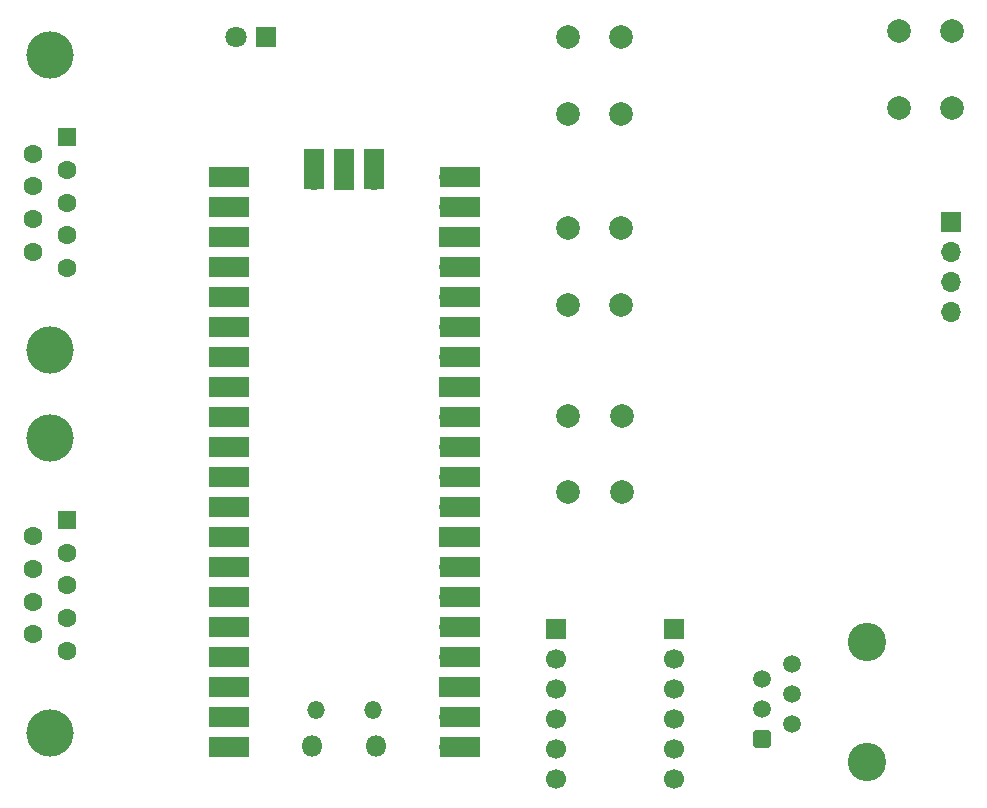
<source format=gts>
G04 #@! TF.GenerationSoftware,KiCad,Pcbnew,9.0.5*
G04 #@! TF.CreationDate,2026-01-02T00:08:48+00:00*
G04 #@! TF.ProjectId,PIKBD,50494b42-442e-46b6-9963-61645f706362,2.2*
G04 #@! TF.SameCoordinates,Original*
G04 #@! TF.FileFunction,Soldermask,Top*
G04 #@! TF.FilePolarity,Negative*
%FSLAX46Y46*%
G04 Gerber Fmt 4.6, Leading zero omitted, Abs format (unit mm)*
G04 Created by KiCad (PCBNEW 9.0.5) date 2026-01-02 00:08:48*
%MOMM*%
%LPD*%
G01*
G04 APERTURE LIST*
G04 Aperture macros list*
%AMRoundRect*
0 Rectangle with rounded corners*
0 $1 Rounding radius*
0 $2 $3 $4 $5 $6 $7 $8 $9 X,Y pos of 4 corners*
0 Add a 4 corners polygon primitive as box body*
4,1,4,$2,$3,$4,$5,$6,$7,$8,$9,$2,$3,0*
0 Add four circle primitives for the rounded corners*
1,1,$1+$1,$2,$3*
1,1,$1+$1,$4,$5*
1,1,$1+$1,$6,$7*
1,1,$1+$1,$8,$9*
0 Add four rect primitives between the rounded corners*
20,1,$1+$1,$2,$3,$4,$5,0*
20,1,$1+$1,$4,$5,$6,$7,0*
20,1,$1+$1,$6,$7,$8,$9,0*
20,1,$1+$1,$8,$9,$2,$3,0*%
G04 Aperture macros list end*
%ADD10C,4.000000*%
%ADD11R,1.600000X1.600000*%
%ADD12C,1.600000*%
%ADD13C,2.000000*%
%ADD14R,1.700000X1.700000*%
%ADD15C,1.700000*%
%ADD16O,1.700000X1.700000*%
%ADD17O,1.800000X1.800000*%
%ADD18O,1.500000X1.500000*%
%ADD19R,3.500000X1.700000*%
%ADD20R,1.700000X3.500000*%
%ADD21C,3.250000*%
%ADD22RoundRect,0.250000X0.510000X-0.510000X0.510000X0.510000X-0.510000X0.510000X-0.510000X-0.510000X0*%
%ADD23C,1.520000*%
%ADD24R,1.800000X1.800000*%
%ADD25C,1.800000*%
G04 APERTURE END LIST*
D10*
X110420000Y-65545000D03*
X110420000Y-90545000D03*
D11*
X111840000Y-72505000D03*
D12*
X111840000Y-75275000D03*
X111840000Y-78045000D03*
X111840000Y-80815000D03*
X111840000Y-83585000D03*
X109000000Y-73890000D03*
X109000000Y-76660000D03*
X109000000Y-79430000D03*
X109000000Y-82200000D03*
D13*
X158760000Y-80190000D03*
X158760000Y-86690000D03*
X154260000Y-80190000D03*
X154260000Y-86690000D03*
X182300000Y-70000000D03*
X182300000Y-63500000D03*
X186800000Y-70000000D03*
X186800000Y-63500000D03*
D14*
X163260000Y-114114812D03*
D15*
X163260000Y-116654812D03*
X163260000Y-119194812D03*
X163260000Y-121734812D03*
X163260000Y-124274812D03*
X163260000Y-126814812D03*
D14*
X186750000Y-79680000D03*
D16*
X186750000Y-82220000D03*
X186750000Y-84760000D03*
X186750000Y-87300000D03*
D14*
X153260000Y-114114812D03*
D15*
X153260000Y-116654812D03*
X153260000Y-119194812D03*
X153260000Y-121734812D03*
X153260000Y-124274812D03*
X153260000Y-126814812D03*
D17*
X138076324Y-124005000D03*
D18*
X137776324Y-120975000D03*
X132926324Y-120975000D03*
D17*
X132626324Y-124005000D03*
D16*
X144241324Y-124135000D03*
D19*
X145141324Y-124135000D03*
D16*
X144241324Y-121595000D03*
D19*
X145141324Y-121595000D03*
D14*
X144241324Y-119055000D03*
D19*
X145141324Y-119055000D03*
D16*
X144241324Y-116515000D03*
D19*
X145141324Y-116515000D03*
D16*
X144241324Y-113975000D03*
D19*
X145141324Y-113975000D03*
D16*
X144241324Y-111435000D03*
D19*
X145141324Y-111435000D03*
D16*
X144241324Y-108895000D03*
D19*
X145141324Y-108895000D03*
D14*
X144241324Y-106355000D03*
D19*
X145141324Y-106355000D03*
D16*
X144241324Y-103815000D03*
D19*
X145141324Y-103815000D03*
D16*
X144241324Y-101275000D03*
D19*
X145141324Y-101275000D03*
D16*
X144241324Y-98735000D03*
D19*
X145141324Y-98735000D03*
D16*
X144241324Y-96195000D03*
D19*
X145141324Y-96195000D03*
D14*
X144241324Y-93655000D03*
D19*
X145141324Y-93655000D03*
D16*
X144241324Y-91115000D03*
D19*
X145141324Y-91115000D03*
D16*
X144241324Y-88575000D03*
D19*
X145141324Y-88575000D03*
D16*
X144241324Y-86035000D03*
D19*
X145141324Y-86035000D03*
D16*
X144241324Y-83495000D03*
D19*
X145141324Y-83495000D03*
D14*
X144241324Y-80955000D03*
D19*
X145141324Y-80955000D03*
D16*
X144241324Y-78415000D03*
D19*
X145141324Y-78415000D03*
D16*
X144241324Y-75875000D03*
D19*
X145141324Y-75875000D03*
D16*
X126461324Y-75875000D03*
D19*
X125561324Y-75875000D03*
D16*
X126461324Y-78415000D03*
D19*
X125561324Y-78415000D03*
D14*
X126461324Y-80955000D03*
D19*
X125561324Y-80955000D03*
D16*
X126461324Y-83495000D03*
D19*
X125561324Y-83495000D03*
D16*
X126461324Y-86035000D03*
D19*
X125561324Y-86035000D03*
D16*
X126461324Y-88575000D03*
D19*
X125561324Y-88575000D03*
D16*
X126461324Y-91115000D03*
D19*
X125561324Y-91115000D03*
D14*
X126461324Y-93655000D03*
D19*
X125561324Y-93655000D03*
D16*
X126461324Y-96195000D03*
D19*
X125561324Y-96195000D03*
D16*
X126461324Y-98735000D03*
D19*
X125561324Y-98735000D03*
D16*
X126461324Y-101275000D03*
D19*
X125561324Y-101275000D03*
D16*
X126461324Y-103815000D03*
D19*
X125561324Y-103815000D03*
D14*
X126461324Y-106355000D03*
D19*
X125561324Y-106355000D03*
D16*
X126461324Y-108895000D03*
D19*
X125561324Y-108895000D03*
D16*
X126461324Y-111435000D03*
D19*
X125561324Y-111435000D03*
D16*
X126461324Y-113975000D03*
D19*
X125561324Y-113975000D03*
D16*
X126461324Y-116515000D03*
D19*
X125561324Y-116515000D03*
D14*
X126461324Y-119055000D03*
D19*
X125561324Y-119055000D03*
D16*
X126461324Y-121595000D03*
D19*
X125561324Y-121595000D03*
D16*
X126461324Y-124135000D03*
D19*
X125561324Y-124135000D03*
D16*
X137891324Y-76105000D03*
D20*
X137891324Y-75205000D03*
D14*
X135351324Y-76105000D03*
D20*
X135351324Y-75205000D03*
D16*
X132811324Y-76105000D03*
D20*
X132811324Y-75205000D03*
D21*
X179600000Y-125360000D03*
X179600000Y-115200000D03*
D22*
X170710000Y-123460000D03*
D23*
X173250000Y-122190000D03*
X170710000Y-120920000D03*
X173250000Y-119650000D03*
X170710000Y-118380000D03*
X173250000Y-117110000D03*
D13*
X158760000Y-64000000D03*
X158760000Y-70500000D03*
X154260000Y-64000000D03*
X154260000Y-70500000D03*
D24*
X128740000Y-64000000D03*
D25*
X126200000Y-64000000D03*
D10*
X110420000Y-97945000D03*
X110420000Y-122945000D03*
D11*
X111840000Y-104905000D03*
D12*
X111840000Y-107675000D03*
X111840000Y-110445000D03*
X111840000Y-113215000D03*
X111840000Y-115985000D03*
X109000000Y-106290000D03*
X109000000Y-109060000D03*
X109000000Y-111830000D03*
X109000000Y-114600000D03*
D13*
X158830000Y-96070000D03*
X158830000Y-102570000D03*
X154330000Y-96070000D03*
X154330000Y-102570000D03*
M02*

</source>
